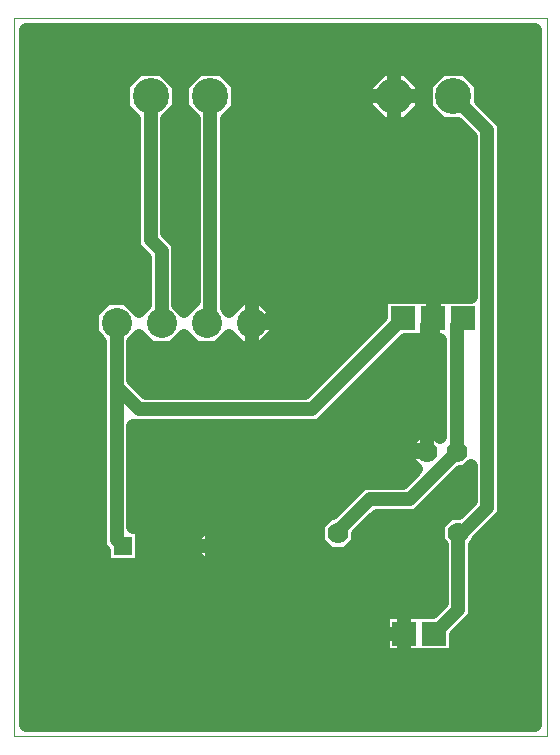
<source format=gbr>
G04 PROTEUS GERBER X2 FILE*
%TF.GenerationSoftware,Labcenter,Proteus,8.17-SP2-Build37159*%
%TF.CreationDate,2024-06-19T10:01:46+00:00*%
%TF.FileFunction,Copper,L2,Bot*%
%TF.FilePolarity,Positive*%
%TF.Part,Single*%
%TF.SameCoordinates,{53f4b883-0e9e-4027-bc31-63d81b4ca661}*%
%FSLAX45Y45*%
%MOMM*%
G01*
%TA.AperFunction,Conductor*%
%ADD17C,1.143000*%
%TA.AperFunction,ComponentPad*%
%ADD10C,3.048000*%
%TA.AperFunction,ComponentPad*%
%ADD11C,2.540000*%
%TA.AperFunction,WasherPad*%
%ADD12R,1.580000X1.580000*%
%TA.AperFunction,ComponentPad*%
%ADD13C,1.580000*%
%TA.AperFunction,ComponentPad*%
%ADD14R,2.032000X2.032000*%
%TA.AperFunction,ComponentPad*%
%ADD15C,1.778000*%
%TA.AperFunction,Profile*%
%ADD16C,0.101600*%
%TD.AperFunction*%
%TA.AperFunction,Conductor*%
G36*
X-3620330Y-2349670D02*
X-7929670Y-2349670D01*
X-7929670Y+3529670D01*
X-3620330Y+3529670D01*
X-3620330Y-2349670D01*
G37*
%TD.AperFunction*%
%LPC*%
G36*
X-4075051Y+3067319D02*
X-4075051Y+2932615D01*
X-3882784Y+2740348D01*
X-3882784Y-570348D01*
X-4098551Y-786115D01*
X-4098551Y-801017D01*
X-4130301Y-832767D01*
X-4130301Y-1437865D01*
X-4285851Y-1593415D01*
X-4285851Y-1764149D01*
X-4908149Y-1764149D01*
X-4908149Y-1395851D01*
X-4483415Y-1395851D01*
X-4409699Y-1322135D01*
X-4409699Y-832767D01*
X-4441449Y-801017D01*
X-4441449Y-658983D01*
X-4341017Y-558551D01*
X-4266115Y-558551D01*
X-4162182Y-454618D01*
X-4162182Y-164648D01*
X-4208983Y-211449D01*
X-4253885Y-211449D01*
X-4622445Y-580009D01*
X-4956805Y-580009D01*
X-5114551Y-737755D01*
X-5114551Y-801017D01*
X-5214983Y-901449D01*
X-5357017Y-901449D01*
X-5457449Y-801017D01*
X-5457449Y-658983D01*
X-5357017Y-558551D01*
X-5330475Y-558551D01*
X-5072535Y-300611D01*
X-4738175Y-300611D01*
X-4627015Y-189451D01*
X-4705449Y-111017D01*
X-4705449Y+31017D01*
X-4605017Y+131449D01*
X-4462983Y+131449D01*
X-4419699Y+88165D01*
X-4419699Y+905851D01*
X-4720585Y+905851D01*
X-5446135Y+180301D01*
X-7020301Y+180301D01*
X-7020301Y-678451D01*
X-6943451Y-678451D01*
X-6943451Y-1001549D01*
X-7266549Y-1001549D01*
X-7266549Y-876015D01*
X-7299699Y-842865D01*
X-7299699Y+893352D01*
X-7369549Y+963202D01*
X-7369549Y+1136798D01*
X-7246798Y+1259549D01*
X-7073202Y+1259549D01*
X-6969500Y+1155847D01*
X-6918699Y+1206648D01*
X-6918699Y+1601135D01*
X-7010079Y+1692515D01*
X-7010079Y+2777431D01*
X-7105329Y+2872681D01*
X-7105329Y+3067319D01*
X-6967699Y+3204949D01*
X-6773061Y+3204949D01*
X-6635431Y+3067319D01*
X-6635431Y+2872681D01*
X-6730681Y+2777431D01*
X-6730681Y+1808245D01*
X-6639301Y+1716865D01*
X-6639301Y+1206648D01*
X-6588500Y+1155847D01*
X-6509699Y+1234648D01*
X-6509699Y+2777431D01*
X-6604949Y+2872681D01*
X-6604949Y+3067319D01*
X-6467319Y+3204949D01*
X-6272681Y+3204949D01*
X-6135051Y+3067319D01*
X-6135051Y+2872681D01*
X-6230301Y+2777431D01*
X-6230301Y+1178648D01*
X-6207500Y+1155847D01*
X-6103798Y+1259549D01*
X-5930202Y+1259549D01*
X-5807451Y+1136798D01*
X-5807451Y+963202D01*
X-5930202Y+840451D01*
X-6103798Y+840451D01*
X-6207500Y+944153D01*
X-6311202Y+840451D01*
X-6484798Y+840451D01*
X-6588500Y+944153D01*
X-6692202Y+840451D01*
X-6865798Y+840451D01*
X-6969500Y+944153D01*
X-7020301Y+893352D01*
X-7020301Y+567865D01*
X-6912135Y+459699D01*
X-5561865Y+459699D01*
X-4918149Y+1103415D01*
X-4918149Y+1274149D01*
X-4162182Y+1274149D01*
X-4162182Y+2624618D01*
X-4272615Y+2735051D01*
X-4407319Y+2735051D01*
X-4544949Y+2872681D01*
X-4544949Y+3067319D01*
X-4407319Y+3204949D01*
X-4212681Y+3204949D01*
X-4075051Y+3067319D01*
G37*
G36*
X-6516549Y-906916D02*
X-6516549Y-773084D01*
X-6421916Y-678451D01*
X-6288084Y-678451D01*
X-6193451Y-773084D01*
X-6193451Y-906916D01*
X-6288084Y-1001549D01*
X-6421916Y-1001549D01*
X-6516549Y-906916D01*
G37*
G36*
X-4575431Y+3067319D02*
X-4575431Y+2872681D01*
X-4713061Y+2735051D01*
X-4907699Y+2735051D01*
X-5045329Y+2872681D01*
X-5045329Y+3067319D01*
X-4907699Y+3204949D01*
X-4713061Y+3204949D01*
X-4575431Y+3067319D01*
G37*
%LPD*%
D17*
X-6870380Y+2970000D02*
X-6870380Y+1750380D01*
X-6779000Y+1659000D01*
X-6779000Y+1050000D01*
X-6370000Y+2970000D02*
X-6370000Y+1830000D01*
X-6370000Y+1078000D01*
X-6398000Y+1050000D01*
X-4734000Y+1090000D02*
X-5504000Y+320000D01*
X-6790000Y+320000D01*
X-6970000Y+320000D01*
X-7160000Y+510000D01*
X-7160000Y+536993D01*
X-7160000Y+1050000D01*
X-7160000Y+536993D01*
X-7160000Y+510000D01*
X-7160000Y-701035D01*
X-7160000Y-785000D01*
X-7105000Y-840000D01*
X-6017000Y+1050000D02*
X-5900648Y+1050000D01*
X-5476037Y+1474611D01*
X-4529316Y+1474611D01*
X-4473927Y+1530000D01*
X-4473927Y+1096073D01*
X-4480000Y+1090000D01*
X-4810380Y+2970000D02*
X-4810380Y+2073991D01*
X-4473927Y+1737538D01*
X-4473927Y+1530000D01*
X-4534000Y-40000D02*
X-4534000Y+1036000D01*
X-4480000Y+1090000D01*
X-6355000Y-840000D02*
X-5543554Y-28554D01*
X-4545446Y-28554D01*
X-4534000Y-40000D01*
X-4280000Y-40000D02*
X-4280000Y+1036000D01*
X-4226000Y+1090000D01*
X-4280000Y-40000D02*
X-4680310Y-440310D01*
X-5014670Y-440310D01*
X-5286000Y-711640D01*
X-5286000Y-730000D01*
X-4270000Y-730000D02*
X-4270000Y-1380000D01*
X-4470000Y-1580000D01*
X-4724000Y-1580000D02*
X-5615000Y-1580000D01*
X-6355000Y-840000D01*
X-4310000Y+2970000D02*
X-4022483Y+2682483D01*
X-4022483Y-450233D01*
X-4022483Y-512483D01*
X-4240000Y-730000D01*
X-4270000Y-730000D01*
X-3620330Y-2349670D02*
X-7929670Y-2349670D01*
X-7929670Y+3529670D01*
X-3620330Y+3529670D01*
X-3620330Y-2349670D01*
X-4075051Y+3067319D02*
X-4075051Y+2932615D01*
X-3882784Y+2740348D01*
X-3882784Y-570348D01*
X-4098551Y-786115D01*
X-4098551Y-801017D01*
X-4130301Y-832767D01*
X-4130301Y-1437865D01*
X-4285851Y-1593415D01*
X-4285851Y-1764149D01*
X-4908149Y-1764149D01*
X-4908149Y-1395851D01*
X-4483415Y-1395851D01*
X-4409699Y-1322135D01*
X-4409699Y-832767D01*
X-4441449Y-801017D01*
X-4441449Y-658983D01*
X-4341017Y-558551D01*
X-4266115Y-558551D01*
X-4162182Y-454618D01*
X-4162182Y-164648D01*
X-4208983Y-211449D01*
X-4253885Y-211449D01*
X-4622445Y-580009D01*
X-4956805Y-580009D01*
X-5114551Y-737755D01*
X-5114551Y-801017D01*
X-5214983Y-901449D01*
X-5357017Y-901449D01*
X-5457449Y-801017D01*
X-5457449Y-658983D01*
X-5357017Y-558551D01*
X-5330475Y-558551D01*
X-5072535Y-300611D01*
X-4738175Y-300611D01*
X-4627015Y-189451D01*
X-4705449Y-111017D01*
X-4705449Y+31017D01*
X-4605017Y+131449D01*
X-4462983Y+131449D01*
X-4419699Y+88165D01*
X-4419699Y+905851D01*
X-4720585Y+905851D01*
X-5446135Y+180301D01*
X-7020301Y+180301D01*
X-7020301Y-678451D01*
X-6943451Y-678451D01*
X-6943451Y-1001549D01*
X-7266549Y-1001549D01*
X-7266549Y-876015D01*
X-7299699Y-842865D01*
X-7299699Y+893352D01*
X-7369549Y+963202D01*
X-7369549Y+1136798D01*
X-7246798Y+1259549D01*
X-7073202Y+1259549D01*
X-6969500Y+1155847D01*
X-6918699Y+1206648D01*
X-6918699Y+1601135D01*
X-7010079Y+1692515D01*
X-7010079Y+2777431D01*
X-7105329Y+2872681D01*
X-7105329Y+3067319D01*
X-6967699Y+3204949D01*
X-6773061Y+3204949D01*
X-6635431Y+3067319D01*
X-6635431Y+2872681D01*
X-6730681Y+2777431D01*
X-6730681Y+1808245D01*
X-6639301Y+1716865D01*
X-6639301Y+1206648D01*
X-6588500Y+1155847D01*
X-6509699Y+1234648D01*
X-6509699Y+2777431D01*
X-6604949Y+2872681D01*
X-6604949Y+3067319D01*
X-6467319Y+3204949D01*
X-6272681Y+3204949D01*
X-6135051Y+3067319D01*
X-6135051Y+2872681D01*
X-6230301Y+2777431D01*
X-6230301Y+1178648D01*
X-6207500Y+1155847D01*
X-6103798Y+1259549D01*
X-5930202Y+1259549D01*
X-5807451Y+1136798D01*
X-5807451Y+963202D01*
X-5930202Y+840451D01*
X-6103798Y+840451D01*
X-6207500Y+944153D01*
X-6311202Y+840451D01*
X-6484798Y+840451D01*
X-6588500Y+944153D01*
X-6692202Y+840451D01*
X-6865798Y+840451D01*
X-6969500Y+944153D01*
X-7020301Y+893352D01*
X-7020301Y+567865D01*
X-6912135Y+459699D01*
X-5561865Y+459699D01*
X-4918149Y+1103415D01*
X-4918149Y+1274149D01*
X-4162182Y+1274149D01*
X-4162182Y+2624618D01*
X-4272615Y+2735051D01*
X-4407319Y+2735051D01*
X-4544949Y+2872681D01*
X-4544949Y+3067319D01*
X-4407319Y+3204949D01*
X-4212681Y+3204949D01*
X-4075051Y+3067319D01*
X-6516549Y-906916D02*
X-6516549Y-773084D01*
X-6421916Y-678451D01*
X-6288084Y-678451D01*
X-6193451Y-773084D01*
X-6193451Y-906916D01*
X-6288084Y-1001549D01*
X-6421916Y-1001549D01*
X-6516549Y-906916D01*
X-4575431Y+3067319D02*
X-4575431Y+2872681D01*
X-4713061Y+2735051D01*
X-4907699Y+2735051D01*
X-5045329Y+2872681D01*
X-5045329Y+3067319D01*
X-4907699Y+3204949D01*
X-4713061Y+3204949D01*
X-4575431Y+3067319D01*
X-5864601Y+1050000D02*
X-6017000Y+1050000D01*
X-6017000Y+897601D02*
X-6017000Y+1050000D01*
X-6017000Y+1202399D02*
X-6017000Y+1050000D01*
X-6459399Y-840000D02*
X-6355000Y-840000D01*
X-6250601Y-840000D02*
X-6355000Y-840000D01*
X-6355000Y-944399D02*
X-6355000Y-840000D01*
X-6355000Y-735601D02*
X-6355000Y-840000D01*
X-4632581Y+2970000D02*
X-4810380Y+2970000D01*
X-4988179Y+2970000D02*
X-4810380Y+2970000D01*
X-4810380Y+3147799D02*
X-4810380Y+2970000D01*
X-4810380Y+2792201D02*
X-4810380Y+2970000D01*
X-4480000Y+963001D02*
X-4480000Y+1090000D01*
X-4480000Y+1216999D02*
X-4480000Y+1090000D01*
X-4648299Y-40000D02*
X-4534000Y-40000D01*
X-4534000Y+74299D02*
X-4534000Y-40000D01*
X-4724000Y-1453001D02*
X-4724000Y-1580000D01*
X-4850999Y-1580000D02*
X-4724000Y-1580000D01*
X-4724000Y-1706999D02*
X-4724000Y-1580000D01*
D10*
X-6370000Y+2970000D03*
X-6870380Y+2970000D03*
D11*
X-7160000Y+1050000D03*
X-6017000Y+1050000D03*
X-6779000Y+1050000D03*
X-6398000Y+1050000D03*
D12*
X-7105000Y-840000D03*
D13*
X-6355000Y-840000D03*
D10*
X-4310000Y+2970000D03*
X-4810380Y+2970000D03*
D14*
X-4734000Y+1090000D03*
X-4480000Y+1090000D03*
X-4226000Y+1090000D03*
D15*
X-4280000Y-40000D03*
X-4534000Y-40000D03*
X-5286000Y-730000D03*
X-4270000Y-730000D03*
D14*
X-4470000Y-1580000D03*
X-4724000Y-1580000D03*
D16*
X-8030000Y-2450000D02*
X-3520000Y-2450000D01*
X-3520000Y+3630000D01*
X-8030000Y+3630000D01*
X-8030000Y-2450000D01*
M02*

</source>
